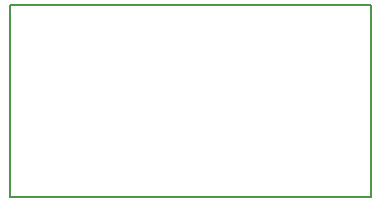
<source format=gbr>
%TF.GenerationSoftware,KiCad,Pcbnew,(6.0.10)*%
%TF.CreationDate,2023-02-16T14:22:03-08:00*%
%TF.ProjectId,Exercise 2,45786572-6369-4736-9520-322e6b696361,rev?*%
%TF.SameCoordinates,Original*%
%TF.FileFunction,Profile,NP*%
%FSLAX46Y46*%
G04 Gerber Fmt 4.6, Leading zero omitted, Abs format (unit mm)*
G04 Created by KiCad (PCBNEW (6.0.10)) date 2023-02-16 14:22:03*
%MOMM*%
%LPD*%
G01*
G04 APERTURE LIST*
%TA.AperFunction,Profile*%
%ADD10C,0.200000*%
%TD*%
G04 APERTURE END LIST*
D10*
X177368832Y-71700028D02*
X207870580Y-71700028D01*
X207870580Y-71700028D02*
X207870580Y-87914405D01*
X207870580Y-87914405D02*
X177368832Y-87914405D01*
X177368832Y-87914405D02*
X177368832Y-71700028D01*
M02*

</source>
